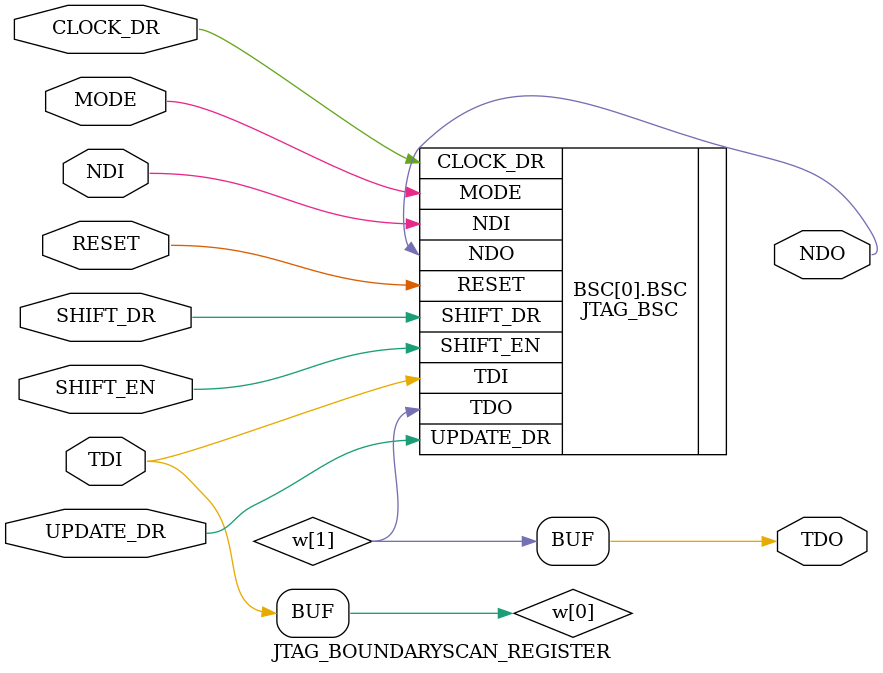
<source format=sv>



// Dependencies:
//
// $RTL_DIR/eoc/jtag/JTAG_BSC.sv


`ifndef JTAG_BOUNDARYSCAN_REGISTER__SV
`define JTAG_BOUNDARYSCAN_REGISTER__SV


`timescale  1ns / 1ps
//`include "timescale.v"

`include "eoc/jtag/JTAG_BSC.sv"


module JTAG_BOUNDARYSCAN_REGISTER  #(parameter DATA_WIDTH = 1 ) (

   input wire RESET,                          // reset signal (asynchronous, active-low)
   input wire CLOCK_DR,                       // scan-FF clock

   input wire SHIFT_DR,                       // input MUX select signal
   input wire SHIFT_EN,                       // additional MUX control since gated-clocks are not adopted

   input wire [DATA_WIDTH-1:0] NDI,           // normal data-in
   input wire TDI,                            // scan input data
   input wire UPDATE_DR,                      // update-FF clock
   input wire MODE,                           // output MUX select signal (set to 1'b1 in EXTEST/INTEST or RUNBIST)

   output wire [DATA_WIDTH-1:0] NDO,          // normal data-out
   output wire TDO                            // scan output data

   ) ;


   `ifndef ABSTRACT

   // replicate single-bit boundary scan cells and make cell-to-cell TDI/TDO interconnections
   wire w[0:DATA_WIDTH] ;

   generate 

      genvar k ;

      for(k = 0; k < DATA_WIDTH; k = k+1) begin : BSC

         JTAG_BSC   BSC (

            .RESET     (     RESET ),
            .CLOCK_DR  (  CLOCK_DR ),
            .SHIFT_DR  (  SHIFT_DR ),
            .SHIFT_EN  (  SHIFT_EN ),
            .NDI       (    NDI[k] ),
            .TDI       (      w[k] ),
            .UPDATE_DR ( UPDATE_DR ),
            .MODE      (      MODE ),
            .NDO       (    NDO[k] ),
            .TDO       (    w[k+1] )

         ) ;

      end

   endgenerate

   assign w[0] = TDI ;
   assign TDO = w[DATA_WIDTH] ;


   `endif

endmodule : JTAG_BOUNDARYSCAN_REGISTER

`endif


</source>
